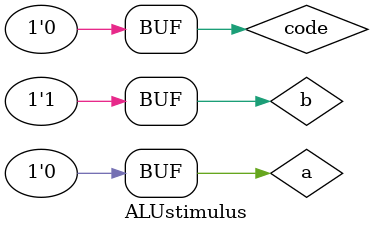
<source format=v>
`timescale 1ns / 1ps


module ALUstimulus;

	// Inputs
	reg code;
	reg ans;
	reg a;
	reg b;

	// Instantiate the Unit Under Test (UUT)
	ALU uut (
		.code(code), 
		.ans2(ans2), 
		.a(a), 
		.b(b)
	);

	initial begin
		// Initialize Inputs
		code = 1;
		a = 1;
		b = 0;
 
		// Wait 100 ns for global reset to finish
		#100;
		code = 2;
		a = 2;
		b = 1;
		
		#100;
		code = 0;
		
        
		end
      
endmodule


</source>
